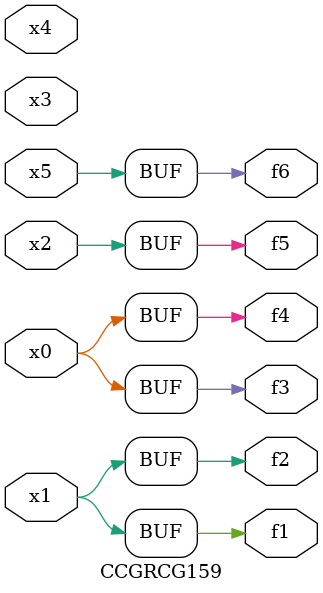
<source format=v>
module CCGRCG159(
	input x0, x1, x2, x3, x4, x5,
	output f1, f2, f3, f4, f5, f6
);
	assign f1 = x1;
	assign f2 = x1;
	assign f3 = x0;
	assign f4 = x0;
	assign f5 = x2;
	assign f6 = x5;
endmodule

</source>
